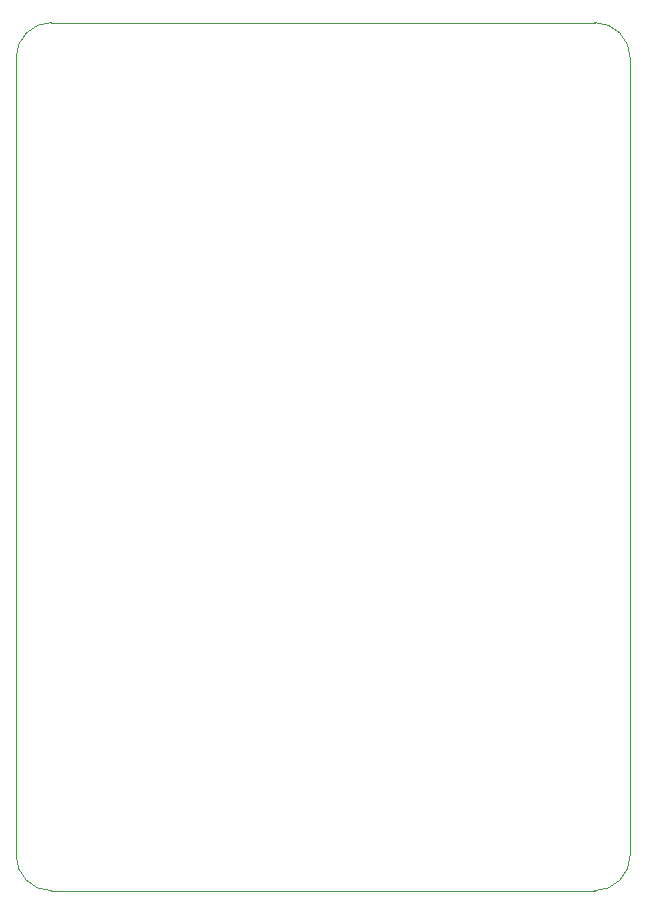
<source format=gbr>
%TF.GenerationSoftware,KiCad,Pcbnew,7.0.10*%
%TF.CreationDate,2024-03-15T10:23:30-04:00*%
%TF.ProjectId,Kicad V7,4b696361-6420-4563-972e-6b696361645f,v2*%
%TF.SameCoordinates,Original*%
%TF.FileFunction,Profile,NP*%
%FSLAX46Y46*%
G04 Gerber Fmt 4.6, Leading zero omitted, Abs format (unit mm)*
G04 Created by KiCad (PCBNEW 7.0.10) date 2024-03-15 10:23:30*
%MOMM*%
%LPD*%
G01*
G04 APERTURE LIST*
%TA.AperFunction,Profile*%
%ADD10C,0.100000*%
%TD*%
G04 APERTURE END LIST*
D10*
X103250000Y-57750000D02*
G75*
G03*
X100250000Y-60750000I0J-3000000D01*
G01*
X100250000Y-128250000D02*
X100250000Y-60750000D01*
X149250000Y-131250000D02*
X103250000Y-131250000D01*
X149250000Y-131250000D02*
G75*
G03*
X152250000Y-128250000I0J3000000D01*
G01*
X103250000Y-57750000D02*
X149250000Y-57750000D01*
X100250000Y-128250000D02*
G75*
G03*
X103250000Y-131250000I3000000J0D01*
G01*
X152250000Y-60750000D02*
X152250000Y-128250000D01*
X152250000Y-60750000D02*
G75*
G03*
X149250000Y-57750000I-3000000J0D01*
G01*
M02*

</source>
